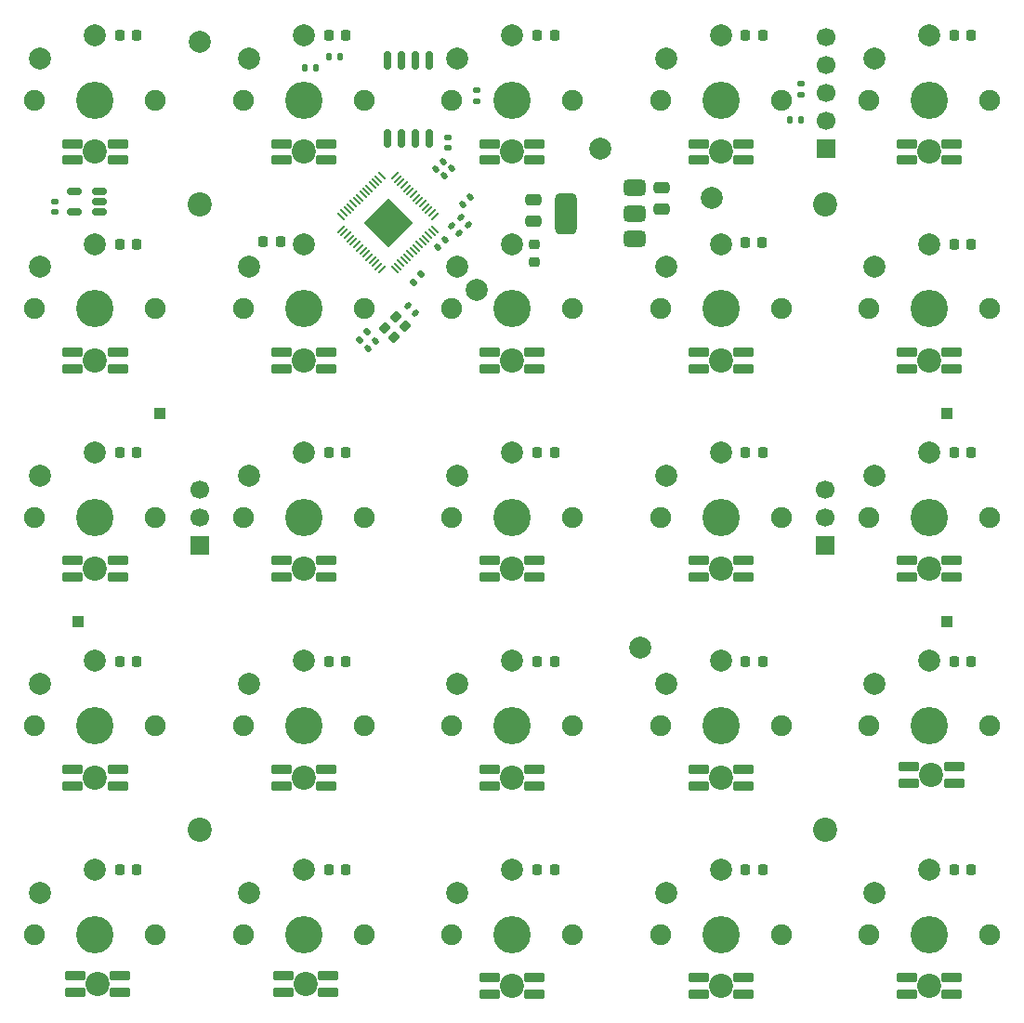
<source format=gbr>
%TF.GenerationSoftware,KiCad,Pcbnew,9.0.2*%
%TF.CreationDate,2026-01-27T21:16:03+01:00*%
%TF.ProjectId,Keymodule,4b65796d-6f64-4756-9c65-2e6b69636164,rev?*%
%TF.SameCoordinates,Original*%
%TF.FileFunction,Soldermask,Top*%
%TF.FilePolarity,Negative*%
%FSLAX46Y46*%
G04 Gerber Fmt 4.6, Leading zero omitted, Abs format (unit mm)*
G04 Created by KiCad (PCBNEW 9.0.2) date 2026-01-27 21:16:03*
%MOMM*%
%LPD*%
G01*
G04 APERTURE LIST*
G04 Aperture macros list*
%AMRoundRect*
0 Rectangle with rounded corners*
0 $1 Rounding radius*
0 $2 $3 $4 $5 $6 $7 $8 $9 X,Y pos of 4 corners*
0 Add a 4 corners polygon primitive as box body*
4,1,4,$2,$3,$4,$5,$6,$7,$8,$9,$2,$3,0*
0 Add four circle primitives for the rounded corners*
1,1,$1+$1,$2,$3*
1,1,$1+$1,$4,$5*
1,1,$1+$1,$6,$7*
1,1,$1+$1,$8,$9*
0 Add four rect primitives between the rounded corners*
20,1,$1+$1,$2,$3,$4,$5,0*
20,1,$1+$1,$4,$5,$6,$7,0*
20,1,$1+$1,$6,$7,$8,$9,0*
20,1,$1+$1,$8,$9,$2,$3,0*%
%AMRotRect*
0 Rectangle, with rotation*
0 The origin of the aperture is its center*
0 $1 length*
0 $2 width*
0 $3 Rotation angle, in degrees counterclockwise*
0 Add horizontal line*
21,1,$1,$2,0,0,$3*%
G04 Aperture macros list end*
%ADD10C,2.000000*%
%ADD11RoundRect,0.135000X-0.185000X0.135000X-0.185000X-0.135000X0.185000X-0.135000X0.185000X0.135000X0*%
%ADD12RoundRect,0.218750X-0.218750X-0.256250X0.218750X-0.256250X0.218750X0.256250X-0.218750X0.256250X0*%
%ADD13C,2.200000*%
%ADD14RoundRect,0.123000X-0.777000X-0.287000X0.777000X-0.287000X0.777000X0.287000X-0.777000X0.287000X0*%
%ADD15RoundRect,0.150000X0.512500X0.150000X-0.512500X0.150000X-0.512500X-0.150000X0.512500X-0.150000X0*%
%ADD16RoundRect,0.140000X0.219203X0.021213X0.021213X0.219203X-0.219203X-0.021213X-0.021213X-0.219203X0*%
%ADD17R,1.700000X1.700000*%
%ADD18C,1.700000*%
%ADD19R,1.000000X1.000000*%
%ADD20RoundRect,0.050000X-0.309359X0.238649X0.238649X-0.309359X0.309359X-0.238649X-0.238649X0.309359X0*%
%ADD21RoundRect,0.050000X-0.309359X-0.238649X-0.238649X-0.309359X0.309359X0.238649X0.238649X0.309359X0*%
%ADD22RotRect,3.200000X3.200000X315.000000*%
%ADD23RoundRect,0.140000X0.021213X-0.219203X0.219203X-0.021213X-0.021213X0.219203X-0.219203X0.021213X0*%
%ADD24RoundRect,0.375000X0.625000X0.375000X-0.625000X0.375000X-0.625000X-0.375000X0.625000X-0.375000X0*%
%ADD25RoundRect,0.500000X0.500000X1.400000X-0.500000X1.400000X-0.500000X-1.400000X0.500000X-1.400000X0*%
%ADD26RoundRect,0.218750X-0.256250X0.218750X-0.256250X-0.218750X0.256250X-0.218750X0.256250X0.218750X0*%
%ADD27RoundRect,0.140000X-0.021213X0.219203X-0.219203X0.021213X0.021213X-0.219203X0.219203X-0.021213X0*%
%ADD28RoundRect,0.162500X-0.162500X0.650000X-0.162500X-0.650000X0.162500X-0.650000X0.162500X0.650000X0*%
%ADD29RoundRect,0.135000X0.135000X0.185000X-0.135000X0.185000X-0.135000X-0.185000X0.135000X-0.185000X0*%
%ADD30RoundRect,0.140000X0.170000X-0.140000X0.170000X0.140000X-0.170000X0.140000X-0.170000X-0.140000X0*%
%ADD31RoundRect,0.140000X-0.219203X-0.021213X-0.021213X-0.219203X0.219203X0.021213X0.021213X0.219203X0*%
%ADD32RoundRect,0.218750X0.218750X0.256250X-0.218750X0.256250X-0.218750X-0.256250X0.218750X-0.256250X0*%
%ADD33RoundRect,0.135000X-0.135000X-0.185000X0.135000X-0.185000X0.135000X0.185000X-0.135000X0.185000X0*%
%ADD34RoundRect,0.250000X0.475000X-0.250000X0.475000X0.250000X-0.475000X0.250000X-0.475000X-0.250000X0*%
%ADD35RoundRect,0.135000X0.035355X-0.226274X0.226274X-0.035355X-0.035355X0.226274X-0.226274X0.035355X0*%
%ADD36RoundRect,0.200000X-0.035355X-0.318198X0.318198X0.035355X0.035355X0.318198X-0.318198X-0.035355X0*%
%ADD37RoundRect,0.250000X-0.475000X0.250000X-0.475000X-0.250000X0.475000X-0.250000X0.475000X0.250000X0*%
%ADD38C,1.900000*%
%ADD39C,3.400000*%
G04 APERTURE END LIST*
D10*
%TO.C,BOOT*%
X71500000Y-56638892D03*
%TD*%
D11*
%TO.C,DN*%
X96800000Y-62100000D03*
X96800000Y-61080000D03*
%TD*%
D12*
%TO.C,D16*%
X102262500Y-113120000D03*
X103837500Y-113120000D03*
%TD*%
D13*
%TO.C,L3*%
X100000000Y-66700000D03*
D14*
X102040000Y-65950000D03*
X102040000Y-67450000D03*
X97960000Y-67450000D03*
X97960000Y-65950000D03*
%TD*%
D12*
%TO.C,D17*%
X102262500Y-132120000D03*
X103837500Y-132120000D03*
%TD*%
D15*
%TO.C,U2*%
X62375000Y-72200000D03*
X62375000Y-71250000D03*
X62375000Y-70300000D03*
X60100000Y-70300000D03*
X60100000Y-72200000D03*
%TD*%
D16*
%TO.C,C13*%
X91165757Y-81393827D03*
X90486935Y-80715005D03*
%TD*%
D12*
%TO.C,D21*%
X83262500Y-113120000D03*
X84837500Y-113120000D03*
%TD*%
D13*
%TO.C,L11*%
X62000000Y-104700000D03*
D14*
X64040000Y-103950000D03*
X64040000Y-105450000D03*
X59960000Y-105450000D03*
X59960000Y-103950000D03*
%TD*%
D17*
%TO.C,J3*%
X71500000Y-102560000D03*
D18*
X71500000Y-100020000D03*
X71500000Y-97480000D03*
%TD*%
D19*
%TO.C,GND*%
X139600000Y-109500000D03*
%TD*%
D20*
%TO.C,U1*%
X88087169Y-68885787D03*
X87804326Y-69168630D03*
X87521484Y-69451472D03*
X87238641Y-69734315D03*
X86955798Y-70017158D03*
X86672956Y-70300000D03*
X86390113Y-70582843D03*
X86107270Y-70865686D03*
X85824427Y-71148529D03*
X85541585Y-71431371D03*
X85258742Y-71714214D03*
X84975899Y-71997057D03*
X84693057Y-72279899D03*
X84410214Y-72562742D03*
D21*
X84410214Y-73747146D03*
X84693057Y-74029989D03*
X84975899Y-74312831D03*
X85258742Y-74595674D03*
X85541585Y-74878517D03*
X85824427Y-75161359D03*
X86107270Y-75444202D03*
X86390113Y-75727045D03*
X86672956Y-76009888D03*
X86955798Y-76292730D03*
X87238641Y-76575573D03*
X87521484Y-76858416D03*
X87804326Y-77141258D03*
X88087169Y-77424101D03*
D20*
X89271573Y-77424101D03*
X89554416Y-77141258D03*
X89837258Y-76858416D03*
X90120101Y-76575573D03*
X90402944Y-76292730D03*
X90685786Y-76009888D03*
X90968629Y-75727045D03*
X91251472Y-75444202D03*
X91534315Y-75161359D03*
X91817157Y-74878517D03*
X92100000Y-74595674D03*
X92382843Y-74312831D03*
X92665685Y-74029989D03*
X92948528Y-73747146D03*
D21*
X92948528Y-72562742D03*
X92665685Y-72279899D03*
X92382843Y-71997057D03*
X92100000Y-71714214D03*
X91817157Y-71431371D03*
X91534315Y-71148529D03*
X91251472Y-70865686D03*
X90968629Y-70582843D03*
X90685786Y-70300000D03*
X90402944Y-70017158D03*
X90120101Y-69734315D03*
X89837258Y-69451472D03*
X89554416Y-69168630D03*
X89271573Y-68885787D03*
D22*
X88679371Y-73154944D03*
%TD*%
D12*
%TO.C,D26*%
X64212500Y-113120000D03*
X65787500Y-113120000D03*
%TD*%
D23*
%TO.C,C11*%
X93000549Y-68302396D03*
X93679371Y-67623574D03*
%TD*%
D13*
%TO.C,L19*%
X119000000Y-123700000D03*
D14*
X121040000Y-122950000D03*
X121040000Y-124450000D03*
X116960000Y-124450000D03*
X116960000Y-122950000D03*
%TD*%
D12*
%TO.C,D13*%
X102262500Y-56120000D03*
X103837500Y-56120000D03*
%TD*%
%TO.C,D5*%
X140262500Y-94120000D03*
X141837500Y-94120000D03*
%TD*%
%TO.C,D7*%
X140262500Y-132120000D03*
X141837500Y-132120000D03*
%TD*%
D24*
%TO.C,U3*%
X111150000Y-74600000D03*
X111150000Y-72300000D03*
D25*
X104850000Y-72300000D03*
D24*
X111150000Y-70000000D03*
%TD*%
D13*
%TO.C,L7*%
X81000000Y-85700000D03*
D14*
X83040000Y-84950000D03*
X83040000Y-86450000D03*
X78960000Y-86450000D03*
X78960000Y-84950000D03*
%TD*%
D13*
%TO.C,L24*%
X119000000Y-142700000D03*
D14*
X121040000Y-141950000D03*
X121040000Y-143450000D03*
X116960000Y-143450000D03*
X116960000Y-141950000D03*
%TD*%
D12*
%TO.C,D20*%
X83262500Y-94120000D03*
X84837500Y-94120000D03*
%TD*%
D13*
%TO.C,L14*%
X119000000Y-104700000D03*
D14*
X121040000Y-103950000D03*
X121040000Y-105450000D03*
X116960000Y-105450000D03*
X116960000Y-103950000D03*
%TD*%
D13*
%TO.C,L20*%
X138200000Y-123500000D03*
D14*
X140240000Y-122750000D03*
X140240000Y-124250000D03*
X136160000Y-124250000D03*
X136160000Y-122750000D03*
%TD*%
D26*
%TO.C,D14*%
X102000000Y-75125000D03*
X102000000Y-76700000D03*
%TD*%
D12*
%TO.C,D3*%
X140262500Y-56120000D03*
X141837500Y-56120000D03*
%TD*%
D13*
%TO.C,L13*%
X100000000Y-104700000D03*
D14*
X102040000Y-103950000D03*
X102040000Y-105450000D03*
X97960000Y-105450000D03*
X97960000Y-103950000D03*
%TD*%
D13*
%TO.C,L15*%
X138000000Y-104700000D03*
D14*
X140040000Y-103950000D03*
X140040000Y-105450000D03*
X135960000Y-105450000D03*
X135960000Y-103950000D03*
%TD*%
D13*
%TO.C,L4*%
X119000000Y-66700000D03*
D14*
X121040000Y-65950000D03*
X121040000Y-67450000D03*
X116960000Y-67450000D03*
X116960000Y-65950000D03*
%TD*%
D27*
%TO.C,C12*%
X96179371Y-70823574D03*
X95500549Y-71502396D03*
%TD*%
D13*
%TO.C,L18*%
X100000000Y-123700000D03*
D14*
X102040000Y-122950000D03*
X102040000Y-124450000D03*
X97960000Y-124450000D03*
X97960000Y-122950000D03*
%TD*%
D12*
%TO.C,D15*%
X102262500Y-94120000D03*
X103837500Y-94120000D03*
%TD*%
D19*
%TO.C,5V*%
X139600000Y-90500000D03*
%TD*%
D13*
%TO.C,L8*%
X100000000Y-85700000D03*
D14*
X102040000Y-84950000D03*
X102040000Y-86450000D03*
X97960000Y-86450000D03*
X97960000Y-84950000D03*
%TD*%
D13*
%TO.C,REF\u002A\u002A*%
X128500000Y-128500000D03*
%TD*%
D19*
%TO.C,5V*%
X67900000Y-90500000D03*
%TD*%
D13*
%TO.C,L17*%
X81000000Y-123700000D03*
D14*
X83040000Y-122950000D03*
X83040000Y-124450000D03*
X78960000Y-124450000D03*
X78960000Y-122950000D03*
%TD*%
D17*
%TO.C,REF\u002A\u002A*%
X128600000Y-66400000D03*
D18*
X128600000Y-63860000D03*
X128600000Y-61320000D03*
X128600000Y-58780000D03*
X128600000Y-56240000D03*
%TD*%
D28*
%TO.C,U4*%
X92410304Y-58338224D03*
X91140304Y-58338224D03*
X89870304Y-58338224D03*
X88600304Y-58338224D03*
X88600304Y-65513224D03*
X89870304Y-65513224D03*
X91140304Y-65513224D03*
X92410304Y-65513224D03*
%TD*%
D29*
%TO.C,DN*%
X82100000Y-59000000D03*
X81080000Y-59000000D03*
%TD*%
D13*
%TO.C,L22*%
X81200000Y-142500000D03*
D14*
X83240000Y-141750000D03*
X83240000Y-143250000D03*
X79160000Y-143250000D03*
X79160000Y-141750000D03*
%TD*%
D12*
%TO.C,D22*%
X83262500Y-132120000D03*
X84837500Y-132120000D03*
%TD*%
D27*
%TO.C,C8*%
X93900000Y-74700000D03*
X93221178Y-75378822D03*
%TD*%
D12*
%TO.C,D10*%
X121262500Y-94120000D03*
X122837500Y-94120000D03*
%TD*%
D11*
%TO.C,R6*%
X126300000Y-60500000D03*
X126300000Y-61519998D03*
%TD*%
D10*
%TO.C,GND*%
X111700000Y-111900000D03*
%TD*%
D12*
%TO.C,D25*%
X64212500Y-94120000D03*
X65787500Y-94120000D03*
%TD*%
D30*
%TO.C,C15*%
X58300000Y-72160000D03*
X58300000Y-71200000D03*
%TD*%
D12*
%TO.C,D23*%
X64212500Y-56120000D03*
X65787500Y-56120000D03*
%TD*%
D13*
%TO.C,L10*%
X138000000Y-85700000D03*
D14*
X140040000Y-84950000D03*
X140040000Y-86450000D03*
X135960000Y-86450000D03*
X135960000Y-84950000D03*
%TD*%
D13*
%TO.C,L21*%
X62200000Y-142500000D03*
D14*
X64240000Y-141750000D03*
X64240000Y-143250000D03*
X60160000Y-143250000D03*
X60160000Y-141750000D03*
%TD*%
D12*
%TO.C,D50*%
X64212500Y-132120000D03*
X65787500Y-132120000D03*
%TD*%
%TO.C,D18*%
X83262500Y-56120000D03*
X84837500Y-56120000D03*
%TD*%
D31*
%TO.C,C4*%
X94500549Y-73444752D03*
X95179371Y-74123574D03*
%TD*%
D12*
%TO.C,D11*%
X121262500Y-113120000D03*
X122837500Y-113120000D03*
%TD*%
%TO.C,D4*%
X140262500Y-75120000D03*
X141837500Y-75120000D03*
%TD*%
D13*
%TO.C,L23*%
X100000000Y-142700000D03*
D14*
X102040000Y-141950000D03*
X102040000Y-143450000D03*
X97960000Y-143450000D03*
X97960000Y-141950000D03*
%TD*%
D13*
%TO.C,REF\u002A\u002A*%
X71500000Y-128500000D03*
%TD*%
D31*
%TO.C,C9*%
X95300549Y-72644751D03*
X95979371Y-73323573D03*
%TD*%
D32*
%TO.C,D19*%
X78900000Y-74900000D03*
X77325000Y-74900000D03*
%TD*%
D23*
%TO.C,C5*%
X93800549Y-68902396D03*
X94479371Y-68223574D03*
%TD*%
D33*
%TO.C,R2*%
X83280000Y-58000000D03*
X84300000Y-58000000D03*
%TD*%
D13*
%TO.C,L9*%
X119000000Y-85700000D03*
D14*
X121040000Y-84950000D03*
X121040000Y-86450000D03*
X116960000Y-86450000D03*
X116960000Y-84950000D03*
%TD*%
D10*
%TO.C,5V*%
X118200000Y-70900000D03*
%TD*%
D34*
%TO.C,C1*%
X113600000Y-71900000D03*
X113600000Y-70000000D03*
%TD*%
D35*
%TO.C,R4*%
X91000000Y-78600000D03*
X91721248Y-77878752D03*
%TD*%
D36*
%TO.C,Y1*%
X89200000Y-83600000D03*
X90260660Y-82539340D03*
X89412132Y-81690812D03*
X88351472Y-82751472D03*
%TD*%
D27*
%TO.C,C14*%
X87545370Y-83911128D03*
X86866548Y-84589950D03*
%TD*%
D12*
%TO.C,D6*%
X140262500Y-113120000D03*
X141837500Y-113120000D03*
%TD*%
D13*
%TO.C,L6*%
X62000000Y-85700000D03*
D14*
X64040000Y-84950000D03*
X64040000Y-86450000D03*
X59960000Y-86450000D03*
X59960000Y-84950000D03*
%TD*%
D35*
%TO.C,R5*%
X86088731Y-83812132D03*
X86809979Y-83090884D03*
%TD*%
D10*
%TO.C,3.3V*%
X108000000Y-66400000D03*
%TD*%
D13*
%TO.C,L5*%
X138000000Y-66700000D03*
D14*
X140040000Y-65950000D03*
X140040000Y-67450000D03*
X135960000Y-67450000D03*
X135960000Y-65950000D03*
%TD*%
D30*
%TO.C,C10*%
X94150000Y-66350000D03*
X94150000Y-65390000D03*
%TD*%
D13*
%TO.C,REF\u002A\u002A*%
X71500000Y-71500000D03*
%TD*%
D37*
%TO.C,C2*%
X101900000Y-71100000D03*
X101900000Y-73000000D03*
%TD*%
D13*
%TO.C,L2*%
X81000000Y-66700000D03*
D14*
X83040000Y-65950000D03*
X83040000Y-67450000D03*
X78960000Y-67450000D03*
X78960000Y-65950000D03*
%TD*%
D12*
%TO.C,D12*%
X121262500Y-132120000D03*
X122837500Y-132120000D03*
%TD*%
%TO.C,D9*%
X121200000Y-75000000D03*
X122775000Y-75000000D03*
%TD*%
%TO.C,D8*%
X121262500Y-56120000D03*
X122837500Y-56120000D03*
%TD*%
D33*
%TO.C,R7*%
X125280002Y-63800000D03*
X126300000Y-63800000D03*
%TD*%
D13*
%TO.C,L12*%
X81000000Y-104700000D03*
D14*
X83040000Y-103950000D03*
X83040000Y-105450000D03*
X78960000Y-105450000D03*
X78960000Y-103950000D03*
%TD*%
D12*
%TO.C,D24*%
X64212500Y-75120000D03*
X65787500Y-75120000D03*
%TD*%
D13*
%TO.C,REF\u002A\u002A*%
X128500000Y-71500000D03*
%TD*%
%TO.C,L1*%
X62000000Y-66700000D03*
D14*
X64040000Y-65950000D03*
X64040000Y-67450000D03*
X59960000Y-67450000D03*
X59960000Y-65950000D03*
%TD*%
D13*
%TO.C,L16*%
X62000000Y-123700000D03*
D14*
X64040000Y-122950000D03*
X64040000Y-124450000D03*
X59960000Y-124450000D03*
X59960000Y-122950000D03*
%TD*%
D10*
%TO.C,RUN*%
X96800000Y-79300000D03*
%TD*%
D13*
%TO.C,L25*%
X138000000Y-142700000D03*
D14*
X140040000Y-141950000D03*
X140040000Y-143450000D03*
X135960000Y-143450000D03*
X135960000Y-141950000D03*
%TD*%
D19*
%TO.C,GND*%
X60400000Y-109500000D03*
%TD*%
D38*
%TO.C,M_SW18*%
X86500000Y-100000000D03*
D39*
X81000000Y-100000000D03*
D38*
X75500000Y-100000000D03*
D10*
X81000000Y-94100000D03*
X76000000Y-96200000D03*
%TD*%
D38*
%TO.C,M_SW2*%
X143500000Y-81000000D03*
D39*
X138000000Y-81000000D03*
D38*
X132500000Y-81000000D03*
D10*
X138000000Y-75100000D03*
X133000000Y-77200000D03*
%TD*%
D38*
%TO.C,M_SW21*%
X67500000Y-62000000D03*
D39*
X62000000Y-62000000D03*
D38*
X56500000Y-62000000D03*
D10*
X62000000Y-56100000D03*
X57000000Y-58200000D03*
%TD*%
D38*
%TO.C,M_SW20*%
X86500000Y-138000000D03*
D39*
X81000000Y-138000000D03*
D38*
X75500000Y-138000000D03*
D10*
X81000000Y-132100000D03*
X76000000Y-134200000D03*
%TD*%
D38*
%TO.C,M_SW9*%
X124500000Y-119000000D03*
D39*
X119000000Y-119000000D03*
D38*
X113500000Y-119000000D03*
D10*
X119000000Y-113100000D03*
X114000000Y-115200000D03*
%TD*%
D38*
%TO.C,M_SW6*%
X124500000Y-62000000D03*
D39*
X119000000Y-62000000D03*
D38*
X113500000Y-62000000D03*
D10*
X119000000Y-56100000D03*
X114000000Y-58200000D03*
%TD*%
D38*
%TO.C,M_SW5*%
X143500000Y-138000000D03*
D39*
X138000000Y-138000000D03*
D38*
X132500000Y-138000000D03*
D10*
X138000000Y-132100000D03*
X133000000Y-134200000D03*
%TD*%
D38*
%TO.C,M_SW19*%
X86500000Y-119000000D03*
D39*
X81000000Y-119000000D03*
D38*
X75500000Y-119000000D03*
D10*
X81000000Y-113100000D03*
X76000000Y-115200000D03*
%TD*%
D38*
%TO.C,M_SW8*%
X124500000Y-100000000D03*
D39*
X119000000Y-100000000D03*
D38*
X113500000Y-100000000D03*
D10*
X119000000Y-94100000D03*
X114000000Y-96200000D03*
%TD*%
D38*
%TO.C,M_SW12*%
X105500000Y-81000000D03*
D39*
X100000000Y-81000000D03*
D38*
X94500000Y-81000000D03*
D10*
X100000000Y-75100000D03*
X95000000Y-77200000D03*
%TD*%
D38*
%TO.C,M_SW23*%
X67500000Y-100000000D03*
D39*
X62000000Y-100000000D03*
D38*
X56500000Y-100000000D03*
D10*
X62000000Y-94100000D03*
X57000000Y-96200000D03*
%TD*%
D38*
%TO.C,M_SW11*%
X105500000Y-62000000D03*
D39*
X100000000Y-62000000D03*
D38*
X94500000Y-62000000D03*
D10*
X100000000Y-56100000D03*
X95000000Y-58200000D03*
%TD*%
D38*
%TO.C,M_SW16*%
X86500000Y-62000000D03*
D39*
X81000000Y-62000000D03*
D38*
X75500000Y-62000000D03*
D10*
X81000000Y-56100000D03*
X76000000Y-58200000D03*
%TD*%
D38*
%TO.C,M_SW7*%
X124500000Y-81000000D03*
D39*
X119000000Y-81000000D03*
D38*
X113500000Y-81000000D03*
D10*
X119000000Y-75100000D03*
X114000000Y-77200000D03*
%TD*%
D38*
%TO.C,M_SW3*%
X143500000Y-100000000D03*
D39*
X138000000Y-100000000D03*
D38*
X132500000Y-100000000D03*
D10*
X138000000Y-94100000D03*
X133000000Y-96200000D03*
%TD*%
D38*
%TO.C,M_SW24*%
X67500000Y-119000000D03*
D39*
X62000000Y-119000000D03*
D38*
X56500000Y-119000000D03*
D10*
X62000000Y-113100000D03*
X57000000Y-115200000D03*
%TD*%
D38*
%TO.C,M_SW14*%
X105500000Y-119000000D03*
D39*
X100000000Y-119000000D03*
D38*
X94500000Y-119000000D03*
D10*
X100000000Y-113100000D03*
X95000000Y-115200000D03*
%TD*%
D17*
%TO.C,J6*%
X128500000Y-102560000D03*
D18*
X128500000Y-100020000D03*
X128500000Y-97480000D03*
%TD*%
D38*
%TO.C,M_SW25*%
X67500000Y-138000000D03*
D39*
X62000000Y-138000000D03*
D38*
X56500000Y-138000000D03*
D10*
X62000000Y-132100000D03*
X57000000Y-134200000D03*
%TD*%
D38*
%TO.C,M_SW15*%
X105500000Y-138000000D03*
D39*
X100000000Y-138000000D03*
D38*
X94500000Y-138000000D03*
D10*
X100000000Y-132100000D03*
X95000000Y-134200000D03*
%TD*%
D38*
%TO.C,M_SW4*%
X143500000Y-119000000D03*
D39*
X138000000Y-119000000D03*
D38*
X132500000Y-119000000D03*
D10*
X138000000Y-113100000D03*
X133000000Y-115200000D03*
%TD*%
D38*
%TO.C,M_SW13*%
X105500000Y-100000000D03*
D39*
X100000000Y-100000000D03*
D38*
X94500000Y-100000000D03*
D10*
X100000000Y-94100000D03*
X95000000Y-96200000D03*
%TD*%
D38*
%TO.C,M_SW1*%
X143500000Y-62000000D03*
D39*
X138000000Y-62000000D03*
D38*
X132500000Y-62000000D03*
D10*
X138000000Y-56100000D03*
X133000000Y-58200000D03*
%TD*%
D38*
%TO.C,M_SW10*%
X124500000Y-138000000D03*
D39*
X119000000Y-138000000D03*
D38*
X113500000Y-138000000D03*
D10*
X119000000Y-132100000D03*
X114000000Y-134200000D03*
%TD*%
D38*
%TO.C,M_SW17*%
X86500000Y-81000000D03*
D39*
X81000000Y-81000000D03*
D38*
X75500000Y-81000000D03*
D10*
X81000000Y-75100000D03*
X76000000Y-77200000D03*
%TD*%
D38*
%TO.C,M_SW22*%
X67500000Y-81000000D03*
D39*
X62000000Y-81000000D03*
D38*
X56500000Y-81000000D03*
D10*
X62000000Y-75100000D03*
X57000000Y-77200000D03*
%TD*%
M02*

</source>
